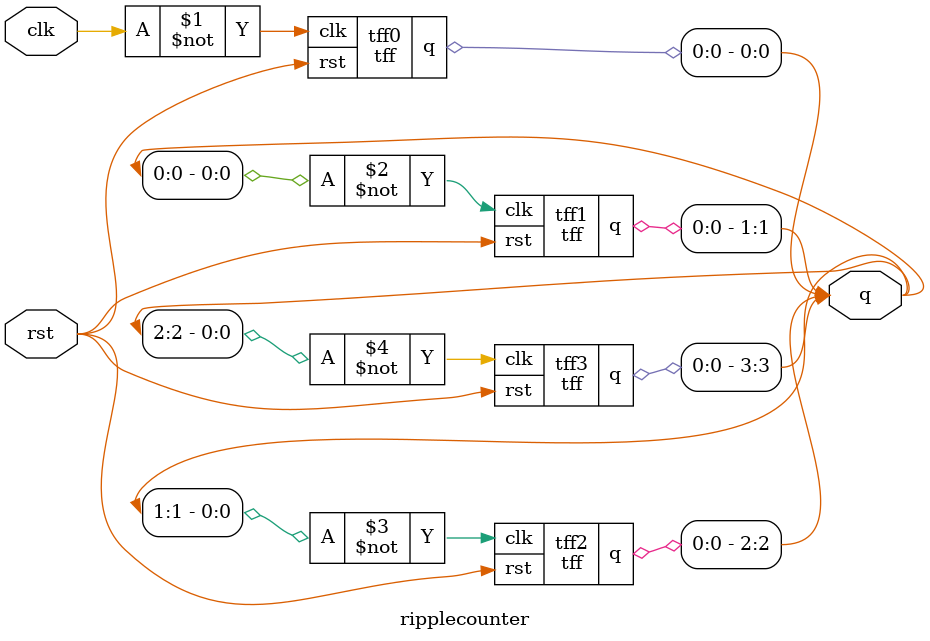
<source format=v>
`timescale 1ns / 1ps
module tff(q,clk,rst);
output reg q;
input clk,rst;
always @(posedge clk) begin
if(rst)
   q<=1'b0;
else
   q<=~q;
end 
endmodule

module ripplecounter(
    input clk,
    input rst,
    output [3:0] q
    );
tff tff0(q[0],~clk,rst);
tff tff1(q[1],~q[0],rst);
tff tff2(q[2],~q[1],rst);
tff tff3(q[3],~q[2],rst);
endmodule

</source>
